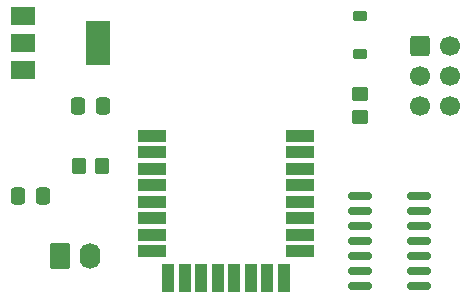
<source format=gts>
G04 #@! TF.GenerationSoftware,KiCad,Pcbnew,7.0.10*
G04 #@! TF.CreationDate,2024-03-19T20:06:51-05:00*
G04 #@! TF.ProjectId,keychain,6b657963-6861-4696-9e2e-6b696361645f,rev?*
G04 #@! TF.SameCoordinates,Original*
G04 #@! TF.FileFunction,Soldermask,Top*
G04 #@! TF.FilePolarity,Negative*
%FSLAX46Y46*%
G04 Gerber Fmt 4.6, Leading zero omitted, Abs format (unit mm)*
G04 Created by KiCad (PCBNEW 7.0.10) date 2024-03-19 20:06:51*
%MOMM*%
%LPD*%
G01*
G04 APERTURE LIST*
G04 Aperture macros list*
%AMRoundRect*
0 Rectangle with rounded corners*
0 $1 Rounding radius*
0 $2 $3 $4 $5 $6 $7 $8 $9 X,Y pos of 4 corners*
0 Add a 4 corners polygon primitive as box body*
4,1,4,$2,$3,$4,$5,$6,$7,$8,$9,$2,$3,0*
0 Add four circle primitives for the rounded corners*
1,1,$1+$1,$2,$3*
1,1,$1+$1,$4,$5*
1,1,$1+$1,$6,$7*
1,1,$1+$1,$8,$9*
0 Add four rect primitives between the rounded corners*
20,1,$1+$1,$2,$3,$4,$5,0*
20,1,$1+$1,$4,$5,$6,$7,0*
20,1,$1+$1,$6,$7,$8,$9,0*
20,1,$1+$1,$8,$9,$2,$3,0*%
G04 Aperture macros list end*
%ADD10RoundRect,0.250000X-0.450000X0.350000X-0.450000X-0.350000X0.450000X-0.350000X0.450000X0.350000X0*%
%ADD11RoundRect,0.225000X0.375000X-0.225000X0.375000X0.225000X-0.375000X0.225000X-0.375000X-0.225000X0*%
%ADD12R,2.000000X1.500000*%
%ADD13R,2.000000X3.800000*%
%ADD14RoundRect,0.250000X-0.620000X-0.845000X0.620000X-0.845000X0.620000X0.845000X-0.620000X0.845000X0*%
%ADD15O,1.740000X2.190000*%
%ADD16RoundRect,0.150000X-0.825000X-0.150000X0.825000X-0.150000X0.825000X0.150000X-0.825000X0.150000X0*%
%ADD17R,2.450000X1.000000*%
%ADD18R,1.000000X2.450000*%
%ADD19RoundRect,0.250000X-0.600000X-0.600000X0.600000X-0.600000X0.600000X0.600000X-0.600000X0.600000X0*%
%ADD20C,1.700000*%
%ADD21RoundRect,0.250000X-0.337500X-0.475000X0.337500X-0.475000X0.337500X0.475000X-0.337500X0.475000X0*%
%ADD22RoundRect,0.250000X-0.350000X-0.450000X0.350000X-0.450000X0.350000X0.450000X-0.350000X0.450000X0*%
G04 APERTURE END LIST*
D10*
X139700000Y-62500000D03*
X139700000Y-64500000D03*
D11*
X139700000Y-59180000D03*
X139700000Y-55880000D03*
D12*
X111150000Y-55880000D03*
X111150000Y-58180000D03*
D13*
X117450000Y-58180000D03*
D12*
X111150000Y-60480000D03*
D14*
X114300000Y-76200000D03*
D15*
X116840000Y-76200000D03*
D16*
X139700000Y-71120000D03*
X139700000Y-72390000D03*
X139700000Y-73660000D03*
X139700000Y-74930000D03*
X139700000Y-76200000D03*
X139700000Y-77470000D03*
X139700000Y-78740000D03*
X144650000Y-78740000D03*
X144650000Y-77470000D03*
X144650000Y-76200000D03*
X144650000Y-74930000D03*
X144650000Y-73660000D03*
X144650000Y-72390000D03*
X144650000Y-71120000D03*
D17*
X122020000Y-66040000D03*
X122020000Y-67440000D03*
X122020000Y-68840000D03*
X122020000Y-70240000D03*
X122020000Y-71640000D03*
X122020000Y-73040000D03*
X122020000Y-74440000D03*
X122020000Y-75840000D03*
D18*
X123420000Y-78135000D03*
X124820000Y-78135000D03*
X126220000Y-78135000D03*
X127620000Y-78135000D03*
X129020000Y-78135000D03*
X130420000Y-78135000D03*
X131820000Y-78135000D03*
X133220000Y-78135000D03*
D17*
X134620000Y-75838800D03*
X134620000Y-74438800D03*
X134620000Y-73040000D03*
X134620000Y-71640000D03*
X134620000Y-70240000D03*
X134620000Y-68840000D03*
X134620000Y-67440000D03*
X134620000Y-66040000D03*
D19*
X144780000Y-58420000D03*
D20*
X147320000Y-58420000D03*
X144780000Y-60960000D03*
X147320000Y-60960000D03*
X144780000Y-63500000D03*
X147320000Y-63500000D03*
D21*
X110722500Y-71120000D03*
X112797500Y-71120000D03*
D22*
X115840000Y-68580000D03*
X117840000Y-68580000D03*
D21*
X115802500Y-63500000D03*
X117877500Y-63500000D03*
M02*

</source>
